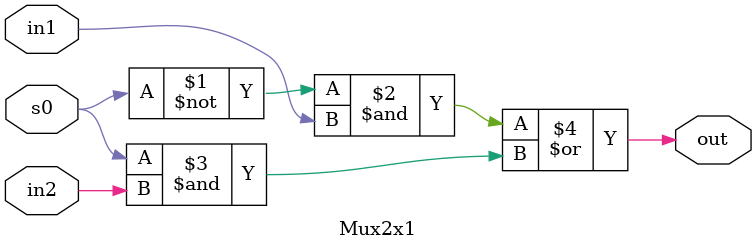
<source format=v>
`timescale 1ns / 1ps


module Mux2x1 (in1, in2, s0, out);
    
    output out;
    input in1, in2;
    input s0;
    assign out = (~s0 & in1)|(s0 & in2);

endmodule
</source>
